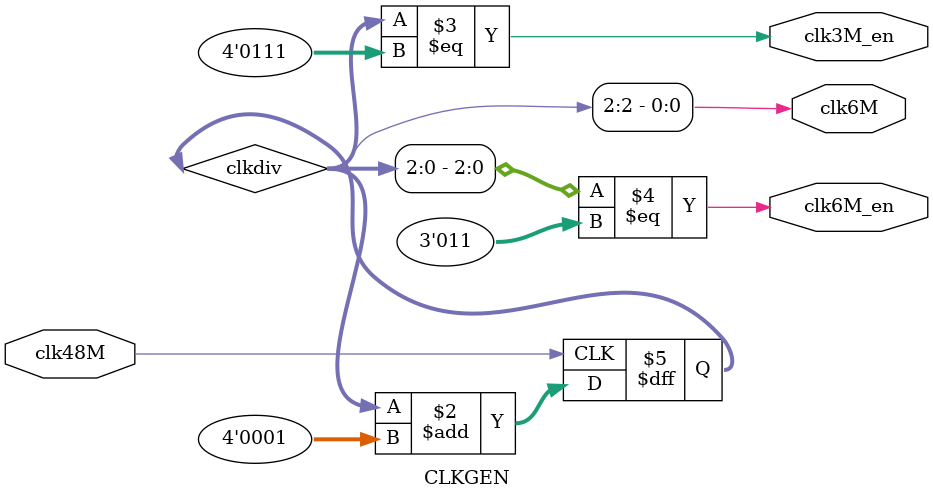
<source format=v>
/*******************************************************
   FPGA Implimentation of "Green Beret" (Top Module)
********************************************************/
// Copyright (c) 2013,19 MiSTer-X
// Converted to single clock with clock enables and SDRAM
// external ROM storage by (c) 2019 Slingshot

module FPGA_GreenBeret
(
	input				clk48M,
	input				reset,

	input	  [5:0]	INP0,			// Control Panel
	input	  [5:0]	INP1,
	input	  [2:0]	INP2,

	input	  [7:0]	DSW0,			// DipSWs
	input	  [7:0]	DSW1,
	input	  [7:0]	DSW2,
	
	
	input   [8:0] PH,         // PIXEL H
	input   [8:0] PV,         // PIXEL V
	output        PCLK,       // PIXEL CLOCK (to VGA encoder)
	output        PCLK_EN,
	output [11:0]	POUT, 	   // PIXEL OUT

	output  [7:0]	SND,			// Sound Out

	output [15:0] CPU_ROMA,
	input   [7:0] CPU_ROMDT,

	output [15:1] SP_ROMA,
	input  [15:0] SP_ROMD,

	input				ROMCL,		// Downloaded ROM image
	input  [17:0]  ROMAD,
	input   [7:0]	ROMDT,
	input				ROMEN
);

// Clocks
wire clk6M, clk3M_en, clk6M_en;
CLKGEN clks( clk48M, clk6M, clk3M_en, clk6M_en );

wire   VCLKx8 = clk48M;
wire	   VCLK = clk6M;

wire   CPUCLK_EN = clk3M_en;
wire     VCLK_EN = clk6M_en;

// Main
wire			CPUMX, CPUWR, VIDDV;
wire  [7:0]	CPUWD, VIDRD;
wire [15:0]	CPUAD;


MAIN cpu
(
	clk48M, CPUCLK_EN, reset,
	PH,PV,
	INP0,INP1,INP2,
	DSW0,DSW1,DSW2,
	
	CPUMX, CPUAD,
	CPUWR, CPUWD,
	VIDDV, VIDRD,

	CPU_ROMA, CPU_ROMDT,
	ROMCL,ROMAD,ROMDT,ROMEN
);


// Video
VIDEO vid
(
	VCLKx8, VCLK, VCLK_EN,
	PH, PV, 1'b0, 1'b0,
	PCLK, PCLK_EN, POUT,

	CPUMX, CPUAD,
	CPUWR, CPUWD,
	VIDDV, VIDRD,

	SP_ROMA, SP_ROMD,
	ROMCL,ROMAD,ROMDT,ROMEN
);


// Sound
SOUND snd
(
	clk48M, reset,
	SND,

	CPUMX, CPUAD,
	CPUWR, CPUWD
);

endmodule


//----------------------------------
//  Clock Generator
//----------------------------------
module CLKGEN
(
	input		clk48M,

	output	clk6M,
	output  clk3M_en,
	output  clk6M_en
);
	
reg [3:0] clkdiv;
always @( posedge clk48M ) clkdiv <= clkdiv+4'd1;

assign clk6M  = clkdiv[2];
assign clk3M_en = clkdiv[3:0] == 4'b0111;
assign clk6M_en = clkdiv[2:0] == 4'b011;

endmodule



</source>
